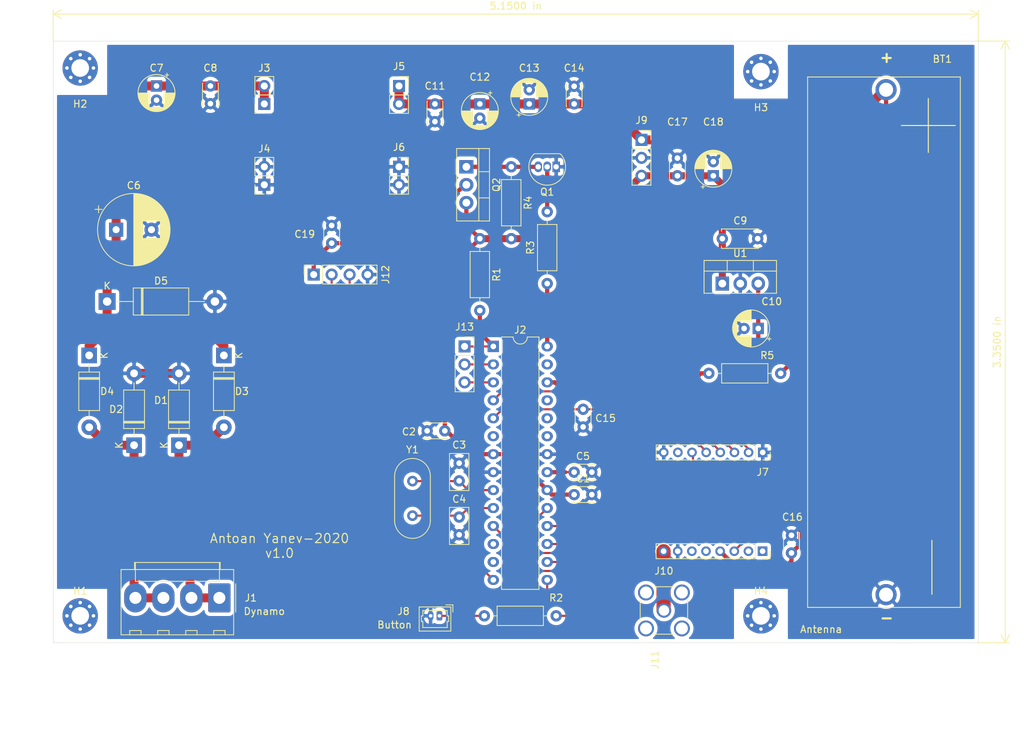
<source format=kicad_pcb>
(kicad_pcb (version 20171130) (host pcbnew "(5.0.2)-1")
  (layers (0 F.Cu signal) (31 B.Cu signal) (34 B.Paste user) (35 F.Paste user) (36 B.SilkS user) (37 F.SilkS user) (38 B.Mask user) (39 F.Mask user) (44 Edge.Cuts user))
  (net 0 "")
  (net 1 GND)
  (net 2 +5V)
  (net 3 "Net-(C3-Pad2)")
  (net 4 "Net-(C4-Pad1)")
  (net 5 "Net-(C5-Pad1)")
  (net 6 "Net-(C6-Pad1)")
  (net 7 +3V3)
  (net 8 "Net-(D1-Pad1)")
  (net 9 "Net-(D2-Pad1)")
  (net 10 RX)
  (net 11 NSS)
  (net 12 TX)
  (net 13 MOSI)
  (net 14 DIO0)
  (net 15 MISO)
  (net 16 SCK)
  (net 17 "Net-(J2-Pad6)")
  (net 18 BUTTON)
  (net 19 "Net-(J2-Pad24)")
  (net 20 RESET)
  (net 21 "Net-(J2-Pad25)")
  (net 22 "Net-(J2-Pad12)")
  (net 23 "Net-(J2-Pad26)")
  (net 24 "Net-(J2-Pad13)")
  (net 25 "Net-(J2-Pad27)")
  (net 26 "Net-(J7-Pad7)")
  (net 27 ANT)
  (net 28 GPSEN)
  (net 29 VCCGPS)
  (net 30 "Net-(Q1-Pad2)")
  (net 31 "Net-(Q1-Pad3)")
  (net 32 "Net-(J8-Pad1)")
  (net 33 "Net-(J2-Pad23)")
  (net 34 UART_RX)
  (net 35 UART_TX)
  (net 36 VBAT)
  (net 37 "Net-(J10-Pad1)")
  (net 38 "Net-(J10-Pad2)")
  (net 39 "Net-(J10-Pad6)")
  (net 40 "Net-(J10-Pad5)")
  (module Library:Battery_Holder (layer F.Cu) (at 175.26 22.86 270)
    (fp_text reference BT1 (at -2.54 2.54 180) (layer F.SilkS))
    (fp_text value Li-Ion)
    (fp_text user - (at 69.342 4.826 270) (layer F.SilkS) (effects (font (size 10 10))))
    (fp_text user + (at 6.858 5.334 270) (layer F.SilkS) (effects (font (size 10 10))))
    (pad 2 thru_hole circle (at 73.2 10.5 270) (size 3 3) (drill 2) (layers *.Cu *.Mask) (net 1 GND))
    (pad 1 thru_hole circle (at 1.8 10.5 270) (size 3 3) (drill 2) (layers *.Cu *.Mask) (net 36 VBAT))
  )
  (module MountingHole:MountingHole_2.5mm_Pad_Via (layer F.Cu) (at 147.066 99.06)
    (fp_text reference H4 (at 0 -3.5) (layer F.SilkS))
    (fp_text value MountingHole_2.5mm_Pad_Via)
    (pad 1 thru_hole circle (at 1.325825 -1.325825) (size 0.8 0.8) (drill 0.5) (layers *.Cu *.Mask))
    (pad 1 thru_hole circle (at 0 -1.875) (size 0.8 0.8) (drill 0.5) (layers *.Cu *.Mask))
    (pad 1 thru_hole circle (at -1.325825 -1.325825) (size 0.8 0.8) (drill 0.5) (layers *.Cu *.Mask))
    (pad 1 thru_hole circle (at -1.875 0) (size 0.8 0.8) (drill 0.5) (layers *.Cu *.Mask))
    (pad 1 thru_hole circle (at -1.325825 1.325825) (size 0.8 0.8) (drill 0.5) (layers *.Cu *.Mask))
    (pad 1 thru_hole circle (at 0 1.875) (size 0.8 0.8) (drill 0.5) (layers *.Cu *.Mask))
    (pad 1 thru_hole circle (at 1.325825 1.325825) (size 0.8 0.8) (drill 0.5) (layers *.Cu *.Mask))
    (pad 1 thru_hole circle (at 1.875 0) (size 0.8 0.8) (drill 0.5) (layers *.Cu *.Mask))
    (pad 1 thru_hole circle (at 0 0) (size 5 5) (drill 2.5) (layers *.Cu *.Mask))
  )
  (module MountingHole:MountingHole_2.5mm_Pad_Via (layer F.Cu) (at 50.8 99.06)
    (fp_text reference H1 (at 0 -3.5) (layer F.SilkS))
    (fp_text value MountingHole_2.5mm_Pad_Via)
    (pad 1 thru_hole circle (at 1.325825 -1.325825) (size 0.8 0.8) (drill 0.5) (layers *.Cu *.Mask))
    (pad 1 thru_hole circle (at 0 -1.875) (size 0.8 0.8) (drill 0.5) (layers *.Cu *.Mask))
    (pad 1 thru_hole circle (at -1.325825 -1.325825) (size 0.8 0.8) (drill 0.5) (layers *.Cu *.Mask))
    (pad 1 thru_hole circle (at -1.875 0) (size 0.8 0.8) (drill 0.5) (layers *.Cu *.Mask))
    (pad 1 thru_hole circle (at -1.325825 1.325825) (size 0.8 0.8) (drill 0.5) (layers *.Cu *.Mask))
    (pad 1 thru_hole circle (at 0 1.875) (size 0.8 0.8) (drill 0.5) (layers *.Cu *.Mask))
    (pad 1 thru_hole circle (at 1.325825 1.325825) (size 0.8 0.8) (drill 0.5) (layers *.Cu *.Mask))
    (pad 1 thru_hole circle (at 1.875 0) (size 0.8 0.8) (drill 0.5) (layers *.Cu *.Mask))
    (pad 1 thru_hole circle (at 0 0) (size 5 5) (drill 2.5) (layers *.Cu *.Mask))
  )
  (module MountingHole:MountingHole_2.5mm_Pad_Via (layer F.Cu) (at 50.8 21.59)
    (fp_text reference H2 (at 0 5.08) (layer F.SilkS))
    (fp_text value MountingHole_2.5mm_Pad_Via)
    (pad 1 thru_hole circle (at 1.325825 -1.325825) (size 0.8 0.8) (drill 0.5) (layers *.Cu *.Mask))
    (pad 1 thru_hole circle (at 0 -1.875) (size 0.8 0.8) (drill 0.5) (layers *.Cu *.Mask))
    (pad 1 thru_hole circle (at -1.325825 -1.325825) (size 0.8 0.8) (drill 0.5) (layers *.Cu *.Mask))
    (pad 1 thru_hole circle (at -1.875 0) (size 0.8 0.8) (drill 0.5) (layers *.Cu *.Mask))
    (pad 1 thru_hole circle (at -1.325825 1.325825) (size 0.8 0.8) (drill 0.5) (layers *.Cu *.Mask))
    (pad 1 thru_hole circle (at 0 1.875) (size 0.8 0.8) (drill 0.5) (layers *.Cu *.Mask))
    (pad 1 thru_hole circle (at 1.325825 1.325825) (size 0.8 0.8) (drill 0.5) (layers *.Cu *.Mask))
    (pad 1 thru_hole circle (at 1.875 0) (size 0.8 0.8) (drill 0.5) (layers *.Cu *.Mask))
    (pad 1 thru_hole circle (at 0 0) (size 5 5) (drill 2.5) (layers *.Cu *.Mask))
  )
  (module MountingHole:MountingHole_2.5mm_Pad_Via (layer F.Cu) (at 147.066 22.098)
    (fp_text reference H3 (at 0 5.08) (layer F.SilkS))
    (fp_text value MountingHole_2.5mm_Pad_Via)
    (pad 1 thru_hole circle (at 1.325825 -1.325825) (size 0.8 0.8) (drill 0.5) (layers *.Cu *.Mask))
    (pad 1 thru_hole circle (at 0 -1.875) (size 0.8 0.8) (drill 0.5) (layers *.Cu *.Mask))
    (pad 1 thru_hole circle (at -1.325825 -1.325825) (size 0.8 0.8) (drill 0.5) (layers *.Cu *.Mask))
    (pad 1 thru_hole circle (at -1.875 0) (size 0.8 0.8) (drill 0.5) (layers *.Cu *.Mask))
    (pad 1 thru_hole circle (at -1.325825 1.325825) (size 0.8 0.8) (drill 0.5) (layers *.Cu *.Mask))
    (pad 1 thru_hole circle (at 0 1.875) (size 0.8 0.8) (drill 0.5) (layers *.Cu *.Mask))
    (pad 1 thru_hole circle (at 1.325825 1.325825) (size 0.8 0.8) (drill 0.5) (layers *.Cu *.Mask))
    (pad 1 thru_hole circle (at 1.875 0) (size 0.8 0.8) (drill 0.5) (layers *.Cu *.Mask))
    (pad 1 thru_hole circle (at 0 0) (size 5 5) (drill 2.5) (layers *.Cu *.Mask))
  )
  (module Connector_Molex:Molex_KK-396_A-41791-0004_1x04_P3.96mm_Vertical (layer F.Cu) (at 70.485 96.52 180)
    (fp_text reference J1 (at -4.445 0 180) (layer F.SilkS))
    (fp_text value Conn_01x04_Female)
    (pad 1 thru_hole roundrect (at 0 0 180) (size 3.16 4.1) (drill 1.7) (layers *.Cu *.Mask) (roundrect_rratio 0.079114) (net 8 "Net-(D1-Pad1)"))
    (pad 2 thru_hole oval (at 3.96 0 180) (size 3.16 4.1) (drill 1.7) (layers *.Cu *.Mask) (net 8 "Net-(D1-Pad1)"))
    (pad 3 thru_hole oval (at 7.92 0 180) (size 3.16 4.1) (drill 1.7) (layers *.Cu *.Mask) (net 9 "Net-(D2-Pad1)"))
    (pad 4 thru_hole oval (at 11.88 0 180) (size 3.16 4.1) (drill 1.7) (layers *.Cu *.Mask) (net 9 "Net-(D2-Pad1)"))
  )
  (module Capacitor_THT:C_Disc_D3.0mm_W2.0mm_P2.50mm (layer F.Cu) (at 121.92 69.85 270)
    (fp_text reference C15 (at 1.27 -3.175) (layer F.SilkS))
    (fp_text value 100n)
    (pad 1 thru_hole circle (at 0 0 270) (size 1.6 1.6) (drill 0.8) (layers *.Cu *.Mask) (net 18 BUTTON))
    (pad 2 thru_hole circle (at 2.5 0 270) (size 1.6 1.6) (drill 0.8) (layers *.Cu *.Mask) (net 1 GND))
  )
  (module Connector_Molex:Molex_PicoBlade_53047-0210_1x02_P1.25mm_Vertical (layer F.Cu) (at 101.6 99.06 180)
    (fp_text reference J8 (at 5.08 0.635) (layer F.SilkS))
    (fp_text value Conn_01x02_Female)
    (pad 1 thru_hole roundrect (at 0 0 180) (size 0.8 1.3) (drill 0.5) (layers *.Cu *.Mask) (net 32 "Net-(J8-Pad1)"))
    (pad 2 thru_hole oval (at 1.25 0 180) (size 0.8 1.3) (drill 0.5) (layers *.Cu *.Mask) (net 1 GND))
  )
  (module Package_TO_SOT_THT:TO-220-3_Vertical (layer F.Cu) (at 141.605 52.07)
    (fp_text reference U1 (at 2.54 -4.27) (layer F.SilkS))
    (fp_text value BA33BC0T)
    (pad 1 thru_hole rect (at 0 0) (size 1.905 2) (drill 1.1) (layers *.Cu *.Mask) (net 2 +5V))
    (pad 2 thru_hole oval (at 2.54 0) (size 1.905 2) (drill 1.1) (layers *.Cu *.Mask) (net 1 GND))
    (pad 3 thru_hole oval (at 5.08 0) (size 1.905 2) (drill 1.1) (layers *.Cu *.Mask) (net 7 +3V3))
  )
  (module Capacitor_THT:C_Disc_D3.0mm_W2.0mm_P2.50mm (layer F.Cu) (at 120.65 81.915)
    (fp_text reference C1 (at 1.27 -2.25) (layer F.SilkS))
    (fp_text value 100n)
    (pad 2 thru_hole circle (at 2.5 0) (size 1.6 1.6) (drill 0.8) (layers *.Cu *.Mask) (net 1 GND))
    (pad 1 thru_hole circle (at 0 0) (size 1.6 1.6) (drill 0.8) (layers *.Cu *.Mask) (net 2 +5V))
  )
  (module Capacitor_THT:C_Disc_D3.0mm_W2.0mm_P2.50mm (layer F.Cu) (at 102.362 72.898 180)
    (fp_text reference C2 (at 5.08 -0.127 180) (layer F.SilkS))
    (fp_text value 100n)
    (pad 2 thru_hole circle (at 2.5 0 180) (size 1.6 1.6) (drill 0.8) (layers *.Cu *.Mask) (net 1 GND))
    (pad 1 thru_hole circle (at 0 0 180) (size 1.6 1.6) (drill 0.8) (layers *.Cu *.Mask) (net 2 +5V))
  )
  (module Capacitor_THT:C_Disc_D5.0mm_W2.5mm_P2.50mm (layer F.Cu) (at 104.394 77.47 270)
    (fp_text reference C3 (at -2.58 0 180) (layer F.SilkS))
    (fp_text value 22p)
    (pad 2 thru_hole circle (at 2.5 0 270) (size 1.6 1.6) (drill 0.8) (layers *.Cu *.Mask) (net 3 "Net-(C3-Pad2)"))
    (pad 1 thru_hole circle (at 0 0 270) (size 1.6 1.6) (drill 0.8) (layers *.Cu *.Mask) (net 1 GND))
  )
  (module Capacitor_THT:C_Disc_D5.0mm_W2.5mm_P2.50mm (layer F.Cu) (at 104.394 85.09 270)
    (fp_text reference C4 (at -2.54 0 180) (layer F.SilkS))
    (fp_text value 22p)
    (pad 1 thru_hole circle (at 0 0 270) (size 1.6 1.6) (drill 0.8) (layers *.Cu *.Mask) (net 4 "Net-(C4-Pad1)"))
    (pad 2 thru_hole circle (at 2.5 0 270) (size 1.6 1.6) (drill 0.8) (layers *.Cu *.Mask) (net 1 GND))
  )
  (module Capacitor_THT:C_Disc_D3.0mm_W2.0mm_P2.50mm (layer F.Cu) (at 120.65 78.74)
    (fp_text reference C5 (at 1.25 -2.25) (layer F.SilkS))
    (fp_text value 100n)
    (pad 1 thru_hole circle (at 0 0) (size 1.6 1.6) (drill 0.8) (layers *.Cu *.Mask) (net 5 "Net-(C5-Pad1)"))
    (pad 2 thru_hole circle (at 2.5 0) (size 1.6 1.6) (drill 0.8) (layers *.Cu *.Mask) (net 1 GND))
  )
  (module Capacitor_THT:CP_Radial_D10.0mm_P5.00mm (layer F.Cu) (at 55.88 44.45)
    (fp_text reference C6 (at 2.5 -6.25) (layer F.SilkS))
    (fp_text value 1000u)
    (pad 1 thru_hole rect (at 0 0) (size 2 2) (drill 1) (layers *.Cu *.Mask) (net 6 "Net-(C6-Pad1)"))
    (pad 2 thru_hole circle (at 5 0) (size 2 2) (drill 1) (layers *.Cu *.Mask) (net 1 GND))
  )
  (module Capacitor_THT:CP_Radial_D5.0mm_P2.00mm (layer F.Cu) (at 61.595 24.13 270)
    (fp_text reference C7 (at -2.54 0 180) (layer F.SilkS))
    (fp_text value 100u)
    (pad 1 thru_hole rect (at 0 0 270) (size 1.6 1.6) (drill 0.8) (layers *.Cu *.Mask) (net 6 "Net-(C6-Pad1)"))
    (pad 2 thru_hole circle (at 2 0 270) (size 1.6 1.6) (drill 0.8) (layers *.Cu *.Mask) (net 1 GND))
  )
  (module Capacitor_THT:C_Disc_D3.0mm_W2.0mm_P2.50mm (layer F.Cu) (at 69.215 24.13 270)
    (fp_text reference C8 (at -2.54 0 180) (layer F.SilkS))
    (fp_text value 100n)
    (pad 1 thru_hole circle (at 0 0 270) (size 1.6 1.6) (drill 0.8) (layers *.Cu *.Mask) (net 6 "Net-(C6-Pad1)"))
    (pad 2 thru_hole circle (at 2.5 0 270) (size 1.6 1.6) (drill 0.8) (layers *.Cu *.Mask) (net 1 GND))
  )
  (module Capacitor_THT:C_Disc_D5.0mm_W2.5mm_P5.00mm (layer F.Cu) (at 141.605 45.72)
    (fp_text reference C9 (at 2.54 -2.54) (layer F.SilkS))
    (fp_text value 0.33u)
    (pad 1 thru_hole circle (at 0 0) (size 1.6 1.6) (drill 0.8) (layers *.Cu *.Mask) (net 2 +5V))
    (pad 2 thru_hole circle (at 5 0) (size 1.6 1.6) (drill 0.8) (layers *.Cu *.Mask) (net 1 GND))
  )
  (module Capacitor_THT:CP_Radial_D5.0mm_P2.00mm (layer F.Cu) (at 146.685 58.42 180)
    (fp_text reference C10 (at -1.905 3.81) (layer F.SilkS))
    (fp_text value 100u)
    (pad 2 thru_hole circle (at 2 0 180) (size 1.6 1.6) (drill 0.8) (layers *.Cu *.Mask) (net 1 GND))
    (pad 1 thru_hole rect (at 0 0 180) (size 1.6 1.6) (drill 0.8) (layers *.Cu *.Mask) (net 7 +3V3))
  )
  (module Capacitor_THT:C_Disc_D3.0mm_W2.0mm_P2.50mm (layer F.Cu) (at 100.965 26.67 270)
    (fp_text reference C11 (at -2.54 0 180) (layer F.SilkS))
    (fp_text value 100n)
    (pad 1 thru_hole circle (at 0 0 270) (size 1.6 1.6) (drill 0.8) (layers *.Cu *.Mask) (net 36 VBAT))
    (pad 2 thru_hole circle (at 2.5 0 270) (size 1.6 1.6) (drill 0.8) (layers *.Cu *.Mask) (net 1 GND))
  )
  (module Capacitor_THT:CP_Radial_D5.0mm_P2.00mm (layer F.Cu) (at 107.315 26.67 270)
    (fp_text reference C12 (at -3.81 0 180) (layer F.SilkS))
    (fp_text value 100u)
    (pad 2 thru_hole circle (at 2 0 270) (size 1.6 1.6) (drill 0.8) (layers *.Cu *.Mask) (net 1 GND))
    (pad 1 thru_hole rect (at 0 0 270) (size 1.6 1.6) (drill 0.8) (layers *.Cu *.Mask) (net 36 VBAT))
  )
  (module Capacitor_THT:CP_Radial_D5.0mm_P2.00mm (layer F.Cu) (at 114.3 26.67 90)
    (fp_text reference C13 (at 5.08 0 180) (layer F.SilkS))
    (fp_text value 100u)
    (pad 1 thru_hole rect (at 0 0 90) (size 1.6 1.6) (drill 0.8) (layers *.Cu *.Mask) (net 36 VBAT))
    (pad 2 thru_hole circle (at 2 0 90) (size 1.6 1.6) (drill 0.8) (layers *.Cu *.Mask) (net 1 GND))
  )
  (module Capacitor_THT:C_Disc_D3.0mm_W2.0mm_P2.50mm (layer F.Cu) (at 120.65 26.67 90)
    (fp_text reference C14 (at 5.08 0 180) (layer F.SilkS))
    (fp_text value 100n)
    (pad 1 thru_hole circle (at 0 0 90) (size 1.6 1.6) (drill 0.8) (layers *.Cu *.Mask) (net 36 VBAT))
    (pad 2 thru_hole circle (at 2.5 0 90) (size 1.6 1.6) (drill 0.8) (layers *.Cu *.Mask) (net 1 GND))
  )
  (module Capacitor_THT:C_Disc_D3.0mm_W2.0mm_P2.50mm (layer F.Cu) (at 151.384 90.17 90)
    (fp_text reference C16 (at 5.08 0.127) (layer F.SilkS))
    (fp_text value 100n)
    (pad 2 thru_hole circle (at 2.5 0 90) (size 1.6 1.6) (drill 0.8) (layers *.Cu *.Mask) (net 1 GND))
    (pad 1 thru_hole circle (at 0 0 90) (size 1.6 1.6) (drill 0.8) (layers *.Cu *.Mask) (net 7 +3V3))
  )
  (module Capacitor_THT:C_Disc_D3.0mm_W2.0mm_P2.50mm (layer F.Cu) (at 135.255 36.83 90)
    (fp_text reference C17 (at 7.62 0 180) (layer F.SilkS))
    (fp_text value 100n)
    (pad 2 thru_hole circle (at 2.5 0 90) (size 1.6 1.6) (drill 0.8) (layers *.Cu *.Mask) (net 1 GND))
    (pad 1 thru_hole circle (at 0 0 90) (size 1.6 1.6) (drill 0.8) (layers *.Cu *.Mask) (net 2 +5V))
  )
  (module Capacitor_THT:CP_Radial_D5.0mm_P2.00mm (layer F.Cu) (at 140.335 36.83 90)
    (fp_text reference C18 (at 7.62 0 180) (layer F.SilkS))
    (fp_text value 100u)
    (pad 1 thru_hole rect (at 0 0 90) (size 1.6 1.6) (drill 0.8) (layers *.Cu *.Mask) (net 2 +5V))
    (pad 2 thru_hole circle (at 2 0 90) (size 1.6 1.6) (drill 0.8) (layers *.Cu *.Mask) (net 1 GND))
  )
  (module Diode_THT:D_DO-41_SOD81_P10.16mm_Horizontal (layer F.Cu) (at 64.77 74.93 90)
    (fp_text reference D1 (at 6.35 -2.54 180) (layer F.SilkS))
    (fp_text value "1N5819 YJ")
    (fp_text user K (at 0 -2.1 90) (layer F.SilkS))
    (pad 1 thru_hole rect (at 0 0 90) (size 2.2 2.2) (drill 1.1) (layers *.Cu *.Mask) (net 8 "Net-(D1-Pad1)"))
    (pad 2 thru_hole oval (at 10.16 0 90) (size 2.2 2.2) (drill 1.1) (layers *.Cu *.Mask) (net 1 GND))
  )
  (module Diode_THT:D_DO-41_SOD81_P10.16mm_Horizontal (layer F.Cu) (at 58.42 74.93 90)
    (fp_text reference D2 (at 5.08 -2.54 180) (layer F.SilkS))
    (fp_text value "1N5819 YJ")
    (fp_text user K (at 0 -2.1 90) (layer F.SilkS))
    (pad 1 thru_hole rect (at 0 0 90) (size 2.2 2.2) (drill 1.1) (layers *.Cu *.Mask) (net 9 "Net-(D2-Pad1)"))
    (pad 2 thru_hole oval (at 10.16 0 90) (size 2.2 2.2) (drill 1.1) (layers *.Cu *.Mask) (net 1 GND))
  )
  (module Diode_THT:D_DO-41_SOD81_P10.16mm_Horizontal (layer F.Cu) (at 71.12 62.23 270)
    (fp_text reference D3 (at 5.08 -2.54 180) (layer F.SilkS))
    (fp_text value "1N5819 YJ")
    (fp_text user K (at 0 -2.1 90) (layer F.SilkS))
    (pad 2 thru_hole oval (at 10.16 0 270) (size 2.2 2.2) (drill 1.1) (layers *.Cu *.Mask) (net 8 "Net-(D1-Pad1)"))
    (pad 1 thru_hole rect (at 0 0 270) (size 2.2 2.2) (drill 1.1) (layers *.Cu *.Mask) (net 6 "Net-(C6-Pad1)"))
  )
  (module Diode_THT:D_DO-41_SOD81_P10.16mm_Horizontal (layer F.Cu) (at 52.07 62.23 270)
    (fp_text reference D4 (at 5.08 -2.54 180) (layer F.SilkS))
    (fp_text value "1N5819 YJ")
    (fp_text user K (at 0 -2.1 90) (layer F.SilkS))
    (pad 2 thru_hole oval (at 10.16 0 270) (size 2.2 2.2) (drill 1.1) (layers *.Cu *.Mask) (net 9 "Net-(D2-Pad1)"))
    (pad 1 thru_hole rect (at 0 0 270) (size 2.2 2.2) (drill 1.1) (layers *.Cu *.Mask) (net 6 "Net-(C6-Pad1)"))
  )
  (module Diode_THT:D_DO-15_P15.24mm_Horizontal (layer F.Cu) (at 54.61 54.61)
    (fp_text reference D5 (at 7.62 -2.92) (layer F.SilkS))
    (fp_text value P6KE24A)
    (fp_text user K (at 0 -2.2) (layer F.SilkS))
    (pad 1 thru_hole rect (at 0 0) (size 2.4 2.4) (drill 1.2) (layers *.Cu *.Mask) (net 6 "Net-(C6-Pad1)"))
    (pad 2 thru_hole oval (at 15.24 0) (size 2.4 2.4) (drill 1.2) (layers *.Cu *.Mask) (net 1 GND))
  )
  (module Package_DIP:DIP-28_W7.62mm (layer F.Cu) (at 109.22 60.96)
    (fp_text reference J2 (at 3.81 -2.33) (layer F.SilkS))
    (fp_text value Conn_01x28_Female)
    (pad 1 thru_hole rect (at 0 0) (size 1.6 1.6) (drill 0.8) (layers *.Cu *.Mask) (net 20 RESET))
    (pad 15 thru_hole oval (at 7.62 33.02) (size 1.6 1.4) (drill 0.8) (layers *.Cu *.Mask) (net 12 TX))
    (pad 2 thru_hole oval (at 0 2.54) (size 1.6 1.4) (drill 0.8) (layers *.Cu *.Mask) (net 34 UART_RX))
    (pad 16 thru_hole oval (at 7.62 30.48) (size 1.6 1.4) (drill 0.8) (layers *.Cu *.Mask) (net 11 NSS))
    (pad 3 thru_hole oval (at 0 5.08) (size 1.6 1.4) (drill 0.8) (layers *.Cu *.Mask) (net 35 UART_TX))
    (pad 17 thru_hole oval (at 7.62 27.94) (size 1.6 1.4) (drill 0.8) (layers *.Cu *.Mask) (net 13 MOSI))
    (pad 4 thru_hole oval (at 0 7.62) (size 1.6 1.4) (drill 0.8) (layers *.Cu *.Mask) (net 14 DIO0))
    (pad 18 thru_hole oval (at 7.62 25.4) (size 1.6 1.4) (drill 0.8) (layers *.Cu *.Mask) (net 15 MISO))
    (pad 5 thru_hole oval (at 0 10.16) (size 1.6 1.4) (drill 0.8) (layers *.Cu *.Mask) (net 18 BUTTON))
    (pad 19 thru_hole oval (at 7.62 22.86) (size 1.6 1.4) (drill 0.8) (layers *.Cu *.Mask) (net 16 SCK))
    (pad 6 thru_hole oval (at 0 12.7) (size 1.6 1.4) (drill 0.8) (layers *.Cu *.Mask) (net 17 "Net-(J2-Pad6)"))
    (pad 20 thru_hole oval (at 7.62 20.32) (size 1.6 1.4) (drill 0.8) (layers *.Cu *.Mask) (net 2 +5V))
    (pad 7 thru_hole oval (at 0 15.24) (size 1.6 1.4) (drill 0.8) (layers *.Cu *.Mask) (net 2 +5V))
    (pad 21 thru_hole oval (at 7.62 17.78) (size 1.6 1.4) (drill 0.8) (layers *.Cu *.Mask) (net 5 "Net-(C5-Pad1)"))
    (pad 8 thru_hole oval (at 0 17.78) (size 1.6 1.4) (drill 0.8) (layers *.Cu *.Mask) (net 1 GND))
    (pad 22 thru_hole oval (at 7.62 15.24) (size 1.6 1.4) (drill 0.8) (layers *.Cu *.Mask) (net 1 GND))
    (pad 9 thru_hole oval (at 0 20.32) (size 1.6 1.4) (drill 0.8) (layers *.Cu *.Mask) (net 3 "Net-(C3-Pad2)"))
    (pad 23 thru_hole oval (at 7.62 12.7) (size 1.6 1.4) (drill 0.8) (layers *.Cu *.Mask) (net 33 "Net-(J2-Pad23)"))
    (pad 10 thru_hole oval (at 0 22.86) (size 1.6 1.4) (drill 0.8) (layers *.Cu *.Mask) (net 4 "Net-(C4-Pad1)"))
    (pad 24 thru_hole oval (at 7.62 10.16) (size 1.6 1.4) (drill 0.8) (layers *.Cu *.Mask) (net 19 "Net-(J2-Pad24)"))
    (pad 11 thru_hole oval (at 0 25.4) (size 1.6 1.4) (drill 0.8) (layers *.Cu *.Mask) (net 20 RESET))
    (pad 25 thru_hole oval (at 7.62 7.62) (size 1.6 1.4) (drill 0.8) (layers *.Cu *.Mask) (net 21 "Net-(J2-Pad25)"))
    (pad 12 thru_hole oval (at 0 27.94) (size 1.6 1.4) (drill 0.8) (layers *.Cu *.Mask) (net 22 "Net-(J2-Pad12)"))
    (pad 26 thru_hole oval (at 7.62 5.08) (size 1.6 1.4) (drill 0.8) (layers *.Cu *.Mask) (net 23 "Net-(J2-Pad26)"))
    (pad 13 thru_hole oval (at 0 30.48) (size 1.6 1.4) (drill 0.8) (layers *.Cu *.Mask) (net 24 "Net-(J2-Pad13)"))
    (pad 27 thru_hole oval (at 7.62 2.54) (size 1.6 1.4) (drill 0.8) (layers *.Cu *.Mask) (net 25 "Net-(J2-Pad27)"))
    (pad 14 thru_hole oval (at 0 33.02) (size 1.6 1.4) (drill 0.8) (layers *.Cu *.Mask) (net 10 RX))
    (pad 28 thru_hole oval (at 7.62 0) (size 1.6 1.4) (drill 0.8) (layers *.Cu *.Mask) (net 28 GPSEN))
  )
  (module Connector_PinSocket_2.54mm:PinSocket_1x02_P2.54mm_Vertical (layer F.Cu) (at 76.835 26.67 180)
    (fp_text reference J3 (at 0 5.08) (layer F.SilkS))
    (fp_text value Conn_01x02_Female)
    (pad 2 thru_hole oval (at 0 2.54 180) (size 1.7 1.7) (drill 1) (layers *.Cu *.Mask) (net 6 "Net-(C6-Pad1)"))
    (pad 1 thru_hole rect (at 0 0 180) (size 1.7 1.7) (drill 1) (layers *.Cu *.Mask) (net 6 "Net-(C6-Pad1)"))
  )
  (module Connector_PinSocket_2.54mm:PinSocket_1x02_P2.54mm_Vertical (layer F.Cu) (at 76.835 38.1 180)
    (fp_text reference J4 (at 0 5.08) (layer F.SilkS))
    (fp_text value Conn_01x02_Female)
    (pad 1 thru_hole rect (at 0 0 180) (size 1.7 1.7) (drill 1) (layers *.Cu *.Mask) (net 1 GND))
    (pad 2 thru_hole oval (at 0 2.54 180) (size 1.7 1.7) (drill 1) (layers *.Cu *.Mask) (net 1 GND))
  )
  (module Connector_PinSocket_2.54mm:PinSocket_1x02_P2.54mm_Vertical (layer F.Cu) (at 95.885 24.13)
    (fp_text reference J5 (at 0 -2.77) (layer F.SilkS))
    (fp_text value Conn_01x02_Female)
    (pad 2 thru_hole oval (at 0 2.54) (size 1.7 1.7) (drill 1) (layers *.Cu *.Mask) (net 36 VBAT))
    (pad 1 thru_hole rect (at 0 0) (size 1.7 1.7) (drill 1) (layers *.Cu *.Mask) (net 36 VBAT))
  )
  (module Connector_PinSocket_2.54mm:PinSocket_1x02_P2.54mm_Vertical (layer F.Cu) (at 95.885 35.56)
    (fp_text reference J6 (at 0 -2.77) (layer F.SilkS))
    (fp_text value Conn_01x02_Female)
    (pad 1 thru_hole rect (at 0 0) (size 1.7 1.7) (drill 1) (layers *.Cu *.Mask) (net 1 GND))
    (pad 2 thru_hole oval (at 0 2.54) (size 1.7 1.7) (drill 1) (layers *.Cu *.Mask) (net 1 GND))
  )
  (module Connector_PinSocket_2.00mm:PinSocket_1x08_P2.00mm_Vertical (layer F.Cu) (at 147.32 75.947171 270)
    (fp_text reference J7 (at 2.792829 0) (layer F.SilkS))
    (fp_text value Conn_01x08_Female)
    (pad 8 thru_hole oval (at 0 14 270) (size 1.35 1.35) (drill 0.8) (layers *.Cu *.Mask) (net 1 GND))
    (pad 7 thru_hole oval (at 0 12 270) (size 1.35 1.35) (drill 0.8) (layers *.Cu *.Mask) (net 26 "Net-(J7-Pad7)"))
    (pad 6 thru_hole oval (at 0 10 270) (size 1.35 1.35) (drill 0.8) (layers *.Cu *.Mask) (net 20 RESET))
    (pad 5 thru_hole oval (at 0 8 270) (size 1.35 1.35) (drill 0.8) (layers *.Cu *.Mask) (net 11 NSS))
    (pad 4 thru_hole oval (at 0 6 270) (size 1.35 1.35) (drill 0.8) (layers *.Cu *.Mask) (net 16 SCK))
    (pad 3 thru_hole oval (at 0 4 270) (size 1.35 1.35) (drill 0.8) (layers *.Cu *.Mask) (net 13 MOSI))
    (pad 2 thru_hole oval (at 0 2 270) (size 1.35 1.35) (drill 0.8) (layers *.Cu *.Mask) (net 15 MISO))
    (pad 1 thru_hole rect (at 0 0 270) (size 1.35 1.35) (drill 0.8) (layers *.Cu *.Mask) (net 1 GND))
  )
  (module Connector_PinSocket_2.54mm:PinSocket_1x03_P2.54mm_Vertical (layer F.Cu) (at 130.175 31.75)
    (fp_text reference J9 (at 0 -2.77) (layer F.SilkS))
    (fp_text value Conn_01x03_Female)
    (pad 1 thru_hole rect (at 0 0) (size 1.7 1.7) (drill 1) (layers *.Cu *.Mask) (net 36 VBAT))
    (pad 2 thru_hole oval (at 0 2.54) (size 1.7 1.7) (drill 1) (layers *.Cu *.Mask) (net 1 GND))
    (pad 3 thru_hole oval (at 0 5.08) (size 1.7 1.7) (drill 1) (layers *.Cu *.Mask) (net 2 +5V))
  )
  (module Connector_PinSocket_2.00mm:PinSocket_1x08_P2.00mm_Vertical (layer F.Cu) (at 147.2987 89.917171 270)
    (fp_text reference J10 (at 2.792829 13.9487) (layer F.SilkS))
    (fp_text value Conn_01x08_Female)
    (pad 1 thru_hole rect (at 0 0 270) (size 1.35 1.35) (drill 0.8) (layers *.Cu *.Mask) (net 37 "Net-(J10-Pad1)"))
    (pad 2 thru_hole oval (at 0 2 270) (size 1.35 1.35) (drill 0.8) (layers *.Cu *.Mask) (net 38 "Net-(J10-Pad2)"))
    (pad 3 thru_hole oval (at 0 4 270) (size 1.35 1.35) (drill 0.8) (layers *.Cu *.Mask) (net 14 DIO0))
    (pad 4 thru_hole oval (at 0 6 270) (size 1.35 1.35) (drill 0.8) (layers *.Cu *.Mask) (net 7 +3V3))
    (pad 5 thru_hole oval (at 0 8 270) (size 1.35 1.35) (drill 0.8) (layers *.Cu *.Mask) (net 40 "Net-(J10-Pad5)"))
    (pad 6 thru_hole oval (at 0 10 270) (size 1.35 1.35) (drill 0.8) (layers *.Cu *.Mask) (net 39 "Net-(J10-Pad6)"))
    (pad 7 thru_hole oval (at 0 12 270) (size 1.35 1.35) (drill 0.8) (layers *.Cu *.Mask) (net 1 GND))
    (pad 8 thru_hole oval (at 0 14 270) (size 1.35 1.35) (drill 0.8) (layers *.Cu *.Mask) (net 27 ANT))
  )
  (module Connector_Coaxial:SMA_Amphenol_901-144_Vertical (layer F.Cu) (at 133.35 98.298 270)
    (fp_text reference J11 (at 6.985 1.27 270) (layer F.SilkS))
    (fp_text value Conn_01x01_Female)
    (pad 1 thru_hole circle (at 0 0 270) (size 2.05 2.05) (drill 1.5) (layers *.Cu *.Mask) (net 27 ANT))
    (pad 2 thru_hole circle (at 2.54 2.54 270) (size 2.25 2.25) (drill 1.7) (layers *.Cu *.Mask))
    (pad 2 thru_hole circle (at 2.54 -2.54 270) (size 2.25 2.25) (drill 1.7) (layers *.Cu *.Mask))
    (pad 2 thru_hole circle (at -2.54 -2.54 270) (size 2.25 2.25) (drill 1.7) (layers *.Cu *.Mask))
    (pad 2 thru_hole circle (at -2.54 2.54 270) (size 2.25 2.25) (drill 1.7) (layers *.Cu *.Mask))
  )
  (module Connector_PinSocket_2.54mm:PinSocket_1x04_P2.54mm_Vertical (layer F.Cu) (at 83.82 50.8 90)
    (fp_text reference J12 (at 0 10.16 270) (layer F.SilkS))
    (fp_text value Conn_01x04_Female)
    (pad 1 thru_hole rect (at 0 0 90) (size 1.7 1.7) (drill 1) (layers *.Cu *.Mask) (net 29 VCCGPS))
    (pad 2 thru_hole oval (at 0 2.54 90) (size 1.7 1.7) (drill 1) (layers *.Cu *.Mask) (net 12 TX))
    (pad 3 thru_hole oval (at 0 5.08 90) (size 1.7 1.7) (drill 1) (layers *.Cu *.Mask) (net 10 RX))
    (pad 4 thru_hole oval (at 0 7.62 90) (size 1.7 1.7) (drill 1) (layers *.Cu *.Mask) (net 1 GND))
  )
  (module Resistor_THT:R_Axial_DIN0207_L6.3mm_D2.5mm_P10.16mm_Horizontal (layer F.Cu) (at 107.315 45.72 270)
    (fp_text reference R1 (at 5.08 -2.37 90) (layer F.SilkS))
    (fp_text value 10k)
    (pad 1 thru_hole circle (at 0 0 270) (size 1.6 1.6) (drill 0.8) (layers *.Cu *.Mask) (net 2 +5V))
    (pad 2 thru_hole oval (at 10.16 0 270) (size 1.6 1.6) (drill 0.8) (layers *.Cu *.Mask) (net 20 RESET))
  )
  (module Crystal:Crystal_HC49-U_Vertical (layer F.Cu) (at 97.79 80.01 270)
    (fp_text reference Y1 (at -4.445 0 180) (layer F.SilkS))
    (fp_text value 16MHz)
    (pad 1 thru_hole circle (at 0 0 270) (size 1.5 1.5) (drill 0.8) (layers *.Cu *.Mask) (net 3 "Net-(C3-Pad2)"))
    (pad 2 thru_hole circle (at 4.88 0 270) (size 1.5 1.5) (drill 0.8) (layers *.Cu *.Mask) (net 4 "Net-(C4-Pad1)"))
  )
  (module Resistor_THT:R_Axial_DIN0207_L6.3mm_D2.5mm_P10.16mm_Horizontal (layer F.Cu) (at 118.11 99.06 180)
    (fp_text reference R2 (at 0 2.54) (layer F.SilkS))
    (fp_text value 1k)
    (pad 1 thru_hole circle (at 0 0 180) (size 1.6 1.6) (drill 0.8) (layers *.Cu *.Mask) (net 18 BUTTON))
    (pad 2 thru_hole oval (at 10.16 0 180) (size 1.6 1.6) (drill 0.8) (layers *.Cu *.Mask) (net 32 "Net-(J8-Pad1)"))
  )
  (module Package_TO_SOT_THT:TO-92_Inline (layer F.Cu) (at 118.11 35.56 180)
    (fp_text reference Q1 (at 1.27 -3.56 180) (layer F.SilkS))
    (fp_text value PN2222A)
    (pad 2 thru_hole oval (at 1.27 0 180) (size 1.05 1.5) (drill 0.75) (layers *.Cu *.Mask) (net 30 "Net-(Q1-Pad2)"))
    (pad 3 thru_hole oval (at 2.54 0 180) (size 1.05 1.5) (drill 0.75) (layers *.Cu *.Mask) (net 31 "Net-(Q1-Pad3)"))
    (pad 1 thru_hole rect (at 0 0 180) (size 1.05 1.5) (drill 0.75) (layers *.Cu *.Mask) (net 1 GND))
  )
  (module Package_TO_SOT_THT:TO-220-3_Vertical (layer F.Cu) (at 105.41 35.56 270)
    (fp_text reference Q2 (at 2.54 -4.27 270) (layer F.SilkS))
    (fp_text value IRF4905)
    (pad 1 thru_hole rect (at 0 0 270) (size 1.905 2) (drill 1.1) (layers *.Cu *.Mask) (net 31 "Net-(Q1-Pad3)"))
    (pad 2 thru_hole oval (at 2.54 0 270) (size 1.905 2) (drill 1.1) (layers *.Cu *.Mask) (net 29 VCCGPS))
    (pad 3 thru_hole oval (at 5.08 0 270) (size 1.905 2) (drill 1.1) (layers *.Cu *.Mask) (net 2 +5V))
  )
  (module Resistor_THT:R_Axial_DIN0207_L6.3mm_D2.5mm_P10.16mm_Horizontal (layer F.Cu) (at 116.84 52.07 90)
    (fp_text reference R3 (at 5.08 -2.37 90) (layer F.SilkS))
    (fp_text value 1k)
    (pad 2 thru_hole oval (at 10.16 0 90) (size 1.6 1.6) (drill 0.8) (layers *.Cu *.Mask) (net 30 "Net-(Q1-Pad2)"))
    (pad 1 thru_hole circle (at 0 0 90) (size 1.6 1.6) (drill 0.8) (layers *.Cu *.Mask) (net 28 GPSEN))
  )
  (module Resistor_THT:R_Axial_DIN0207_L6.3mm_D2.5mm_P10.16mm_Horizontal (layer F.Cu) (at 111.76 35.56 270)
    (fp_text reference R4 (at 5.08 -2.37 270) (layer F.SilkS))
    (fp_text value 4.7k)
    (pad 1 thru_hole circle (at 0 0 270) (size 1.6 1.6) (drill 0.8) (layers *.Cu *.Mask) (net 31 "Net-(Q1-Pad3)"))
    (pad 2 thru_hole oval (at 10.16 0 270) (size 1.6 1.6) (drill 0.8) (layers *.Cu *.Mask) (net 2 +5V))
  )
  (module Capacitor_THT:C_Disc_D3.0mm_W2.0mm_P2.50mm (layer F.Cu) (at 86.36 46.355 90)
    (fp_text reference C19 (at 1.27 -3.81 180) (layer F.SilkS))
    (fp_text value 100n)
    (pad 1 thru_hole circle (at 0 0 90) (size 1.6 1.6) (drill 0.8) (layers *.Cu *.Mask) (net 29 VCCGPS))
    (pad 2 thru_hole circle (at 2.5 0 90) (size 1.6 1.6) (drill 0.8) (layers *.Cu *.Mask) (net 1 GND))
  )
  (module Resistor_THT:R_Axial_DIN0207_L6.3mm_D2.5mm_P10.16mm_Horizontal (layer F.Cu) (at 139.7 64.77)
    (fp_text reference R5 (at 8.255 -2.54) (layer F.SilkS))
    (fp_text value 10k)
    (pad 1 thru_hole circle (at 0 0) (size 1.6 1.6) (drill 0.8) (layers *.Cu *.Mask) (net 23 "Net-(J2-Pad26)"))
    (pad 2 thru_hole oval (at 10.16 0) (size 1.6 1.6) (drill 0.8) (layers *.Cu *.Mask) (net 36 VBAT))
  )
  (module Connector_PinSocket_2.54mm:PinSocket_1x03_P2.54mm_Vertical (layer F.Cu) (at 105.156 60.96)
    (fp_text reference J13 (at 0 -2.77) (layer F.SilkS))
    (fp_text value Conn_01x03_Female)
    (pad 1 thru_hole rect (at 0 0) (size 1.7 1.7) (drill 1) (layers *.Cu *.Mask) (net 20 RESET))
    (pad 2 thru_hole oval (at 0 2.54) (size 1.7 1.7) (drill 1) (layers *.Cu *.Mask) (net 34 UART_RX))
    (pad 3 thru_hole oval (at 0 5.08) (size 1.7 1.7) (drill 1) (layers *.Cu *.Mask) (net 35 UART_TX))
  )
  (gr_text - (at 164.846 99.314) (layer F.SilkS) (effects (font (size 1.5 1.5) (thickness 0.3))))
  (gr_text "+\n" (at 164.846 20.066) (layer F.SilkS) (effects (font (size 1.5 1.5) (thickness 0.3))))
  (gr_text Antenna (at 155.575 100.965) (layer F.SilkS) (effects (font (size 1 1))))
  (gr_text Dynamo (at 76.835 98.425) (layer F.SilkS) (effects (font (size 1 1))))
  (gr_text Button (at 95.25 100.33) (layer F.SilkS) (effects (font (size 1 1))))
  (gr_text "Antoan Yanev-2020\nv1.0" (at 78.994 89.154) (layer F.SilkS) (effects (font (size 1.3 1.3))))
  (dimension 85.09 (width 0.12) (layer F.SilkS) (gr_text "85.090 mm" (at 182.88 60.325 270) (layer F.SilkS) (effects (font (size 1 1) (thickness 0.15)))) (feature1 (pts (xy 177.8 102.87) (xy 182.196421 102.87))) (feature2 (pts (xy 177.8 17.78) (xy 182.196421 17.78))) (crossbar (pts (xy 181.61 17.78) (xy 181.61 102.87))) (arrow1a (pts (xy 181.61 102.87) (xy 181.023579 101.743496))) (arrow1b (pts (xy 181.61 102.87) (xy 182.196421 101.743496))) (arrow2a (pts (xy 181.61 17.78) (xy 181.023579 18.906504))) (arrow2b (pts (xy 181.61 17.78) (xy 182.196421 18.906504))))
  (dimension 130.81 (width 0.12) (layer F.SilkS) (gr_text "130.810 mm" (at 112.395 12.7) (layer F.SilkS) (effects (font (size 1 1) (thickness 0.15)))) (feature1 (pts (xy 177.8 17.78) (xy 177.8 13.383579))) (feature2 (pts (xy 46.99 17.78) (xy 46.99 13.383579))) (crossbar (pts (xy 46.99 13.97) (xy 177.8 13.97))) (arrow1a (pts (xy 177.8 13.97) (xy 176.673496 14.556421))) (arrow1b (pts (xy 177.8 13.97) (xy 176.673496 13.383579))) (arrow2a (pts (xy 46.99 13.97) (xy 48.116504 14.556421))) (arrow2b (pts (xy 46.99 13.97) (xy 48.116504 13.383579))))
  (gr_line (start 177.8 97.79) (end 177.8 102.87) (layer Edge.Cuts) (width 0.05))
  (gr_line (start 46.99 97.79) (end 46.99 102.87) (layer Edge.Cuts) (width 0.05))
  (gr_line (start 167.64 102.87) (end 177.8 102.87) (layer Edge.Cuts) (width 0.05))
  (gr_line (start 167.64 17.78) (end 177.8 17.78) (layer Edge.Cuts) (width 0.05))
  (gr_line (start 46.99 97.79) (end 46.99 96.52) (layer Edge.Cuts) (width 0.05))
  (gr_line (start 48.26 102.87) (end 46.99 102.87) (layer Edge.Cuts) (width 0.05))
  (gr_line (start 46.99 17.78) (end 48.26 17.78) (layer Edge.Cuts) (width 0.05))
  (gr_line (start 46.99 19.05) (end 46.99 17.78) (layer Edge.Cuts) (width 0.05))
  (gr_line (start 167.64 17.78) (end 166.37 17.78) (layer Edge.Cuts) (width 0.05))
  (gr_line (start 167.64 102.87) (end 166.37 102.87) (layer Edge.Cuts) (width 0.05))
  (gr_line (start 177.8 17.78) (end 177.8 97.79) (layer Edge.Cuts) (width 0.05))
  (gr_line (start 48.26 17.78) (end 166.37 17.78) (layer Edge.Cuts) (width 0.05))
  (gr_line (start 48.26 102.87) (end 166.37 102.87) (layer Edge.Cuts) (width 0.05))
  (gr_line (start 46.99 96.52) (end 46.99 19.05) (layer Edge.Cuts) (width 0.05))
  (segment (start 58.42 64.77) (end 64.77 64.77) (width 1.27) (layer F.Cu) (net 1))
  (segment (start 116.84 81.28) (end 114.844999 79.284999) (width 0.6) (layer F.Cu) (net 2))
  (segment (start 114.844999 79.284999) (end 114.3 78.74) (width 0.6) (layer F.Cu) (net 2))
  (segment (start 111.76 76.2) (end 109.22 76.2) (width 0.6) (layer F.Cu) (net 2))
  (segment (start 114.3 78.74) (end 111.76 76.2) (width 0.6) (layer F.Cu) (net 2))
  (segment (start 117.475 81.915) (end 116.84 81.28) (width 0.6) (layer F.Cu) (net 2))
  (segment (start 120.65 81.915) (end 117.475 81.915) (width 0.6) (layer F.Cu) (net 2))
  (segment (start 105.41 43.815) (end 105.41 40.64) (width 0.6) (layer F.Cu) (net 2))
  (segment (start 107.315 45.72) (end 105.41 43.815) (width 0.6) (layer F.Cu) (net 2))
  (segment (start 141.605 52.07) (end 141.605 38.1) (width 1) (layer F.Cu) (net 2))
  (segment (start 141.605 38.1) (end 140.335 36.83) (width 1) (layer F.Cu) (net 2))
  (segment (start 121.285 45.72) (end 107.315 45.72) (width 1) (layer F.Cu) (net 2))
  (segment (start 140.335 36.83) (end 130.175 36.83) (width 1) (layer F.Cu) (net 2))
  (segment (start 130.175 36.83) (end 121.285 45.72) (width 1) (layer F.Cu) (net 2))
  (segment (start 102.362 50.673) (end 107.315 45.72) (width 0.6) (layer F.Cu) (net 2))
  (segment (start 102.362 72.644) (end 102.362 50.673) (width 0.6) (layer F.Cu) (net 2))
  (segment (start 109.22 76.2) (end 105.918 76.2) (width 0.6) (layer F.Cu) (net 2))
  (segment (start 105.918 76.2) (end 102.362 72.644) (width 0.6) (layer F.Cu) (net 2))
  (segment (start 104.394 80.01) (end 97.79 80.01) (width 0.3) (layer F.Cu) (net 3))
  (segment (start 109.22 81.28) (end 105.664 81.28) (width 0.3) (layer F.Cu) (net 3))
  (segment (start 105.664 81.28) (end 104.394 80.01) (width 0.3) (layer F.Cu) (net 3))
  (segment (start 104.594 84.89) (end 97.79 84.89) (width 0.3) (layer F.Cu) (net 4))
  (segment (start 109.22 83.82) (end 105.664 83.82) (width 0.3) (layer F.Cu) (net 4))
  (segment (start 105.664 83.82) (end 104.594 84.89) (width 0.3) (layer F.Cu) (net 4))
  (segment (start 116.84 78.74) (end 119.38 78.74) (width 0.6) (layer F.Cu) (net 5))
  (segment (start 119.38 78.74) (end 120.65 78.74) (width 0.3) (layer F.Cu) (net 5))
  (segment (start 52.07 60.88) (end 52.07 62.23) (width 1.27) (layer F.Cu) (net 6))
  (segment (start 53.26 59.69) (end 52.07 60.88) (width 1.27) (layer F.Cu) (net 6))
  (segment (start 54.61 58.34) (end 54.61 54.61) (width 1.27) (layer F.Cu) (net 6))
  (segment (start 53.26 59.69) (end 54.61 58.34) (width 1.27) (layer F.Cu) (net 6))
  (segment (start 59.055 24.13) (end 61.595 24.13) (width 1.27) (layer F.Cu) (net 6))
  (segment (start 55.88 33.02) (end 55.88 27.305) (width 1.27) (layer F.Cu) (net 6))
  (segment (start 55.88 27.305) (end 59.055 24.13) (width 1.27) (layer F.Cu) (net 6))
  (segment (start 54.61 50.8) (end 55.88 49.53) (width 1.27) (layer F.Cu) (net 6))
  (segment (start 54.61 54.61) (end 54.61 50.8) (width 1.27) (layer F.Cu) (net 6))
  (segment (start 55.88 49.53) (end 55.88 41.91) (width 1.27) (layer F.Cu) (net 6))
  (segment (start 55.88 41.91) (end 55.88 33.02) (width 1.27) (layer F.Cu) (net 6))
  (segment (start 61.595 24.13) (end 69.215 24.13) (width 1.27) (layer F.Cu) (net 6))
  (segment (start 74.295 24.13) (end 76.835 24.13) (width 1.27) (layer F.Cu) (net 6))
  (segment (start 76.835 24.13) (end 76.835 26.67) (width 1.27) (layer F.Cu) (net 6))
  (segment (start 69.215 24.13) (end 74.295 24.13) (width 1.27) (layer F.Cu) (net 6))
  (segment (start 54.53 58.42) (end 53.26 59.69) (width 1.27) (layer F.Cu) (net 6))
  (segment (start 68.66 58.42) (end 54.53 58.42) (width 1.27) (layer F.Cu) (net 6))
  (segment (start 71.12 62.23) (end 71.12 60.88) (width 1.27) (layer F.Cu) (net 6))
  (segment (start 71.12 60.88) (end 68.66 58.42) (width 1.27) (layer F.Cu) (net 6))
  (segment (start 146.685 67.945) (end 152.654 73.914) (width 0.6) (layer F.Cu) (net 7))
  (segment (start 152.654 83.058) (end 152.654 88.9) (width 0.6) (layer F.Cu) (net 7))
  (segment (start 152.654 88.9) (end 151.384 90.17) (width 0.6) (layer F.Cu) (net 7))
  (segment (start 152.654 73.914) (end 152.654 83.058) (width 0.6) (layer F.Cu) (net 7))
  (segment (start 146.685 52.07) (end 146.685 67.945) (width 0.6) (layer F.Cu) (net 7))
  (segment (start 151.384 91.30137) (end 150.99137 91.694) (width 0.6) (layer F.Cu) (net 7))
  (segment (start 150.99137 91.694) (end 143.075529 91.694) (width 0.6) (layer F.Cu) (net 7))
  (segment (start 143.075529 91.694) (end 141.2987 89.917171) (width 0.6) (layer F.Cu) (net 7))
  (segment (start 151.384 90.17) (end 151.384 91.30137) (width 0.6) (layer F.Cu) (net 7))
  (segment (start 68.58 74.93) (end 71.12 72.39) (width 1.27) (layer F.Cu) (net 8))
  (segment (start 64.77 74.93) (end 68.58 74.93) (width 1.27) (layer F.Cu) (net 8))
  (segment (start 70.3 96.52) (end 66.34 96.52) (width 1.27) (layer F.Cu) (net 8))
  (segment (start 66.34 96.52) (end 66.34 79.675) (width 1.27) (layer F.Cu) (net 8))
  (segment (start 66.34 79.675) (end 64.77 78.105) (width 1.27) (layer F.Cu) (net 8))
  (segment (start 64.77 78.105) (end 64.77 74.93) (width 1.27) (layer F.Cu) (net 8))
  (segment (start 58.42 92.99) (end 58.42 74.93) (width 1.27) (layer F.Cu) (net 9))
  (segment (start 58.42 93.98) (end 58.42 96.52) (width 1.27) (layer F.Cu) (net 9))
  (segment (start 58.42 92.99) (end 58.42 93.98) (width 1.27) (layer F.Cu) (net 9))
  (segment (start 54.61 74.93) (end 52.07 72.39) (width 1.27) (layer F.Cu) (net 9))
  (segment (start 58.42 74.93) (end 54.61 74.93) (width 1.27) (layer F.Cu) (net 9))
  (segment (start 58.42 96.52) (end 62.38 96.52) (width 1.27) (layer F.Cu) (net 9))
  (segment (start 107.315 59.055) (end 109.22 60.96) (width 0.6) (layer F.Cu) (net 20))
  (segment (start 107.315 55.88) (end 107.315 59.055) (width 0.6) (layer F.Cu) (net 20))
  (segment (start 88.9 82.804) (end 88.9 50.8) (width 0.3) (layer F.Cu) (net 10))
  (segment (start 96.774 90.678) (end 88.9 82.804) (width 0.3) (layer F.Cu) (net 10))
  (segment (start 109.22 93.98) (end 105.918 90.678) (width 0.3) (layer F.Cu) (net 10))
  (segment (start 105.918 90.678) (end 96.774 90.678) (width 0.3) (layer F.Cu) (net 10))
  (segment (start 121.92 91.44) (end 116.84 91.44) (width 0.3) (layer F.Cu) (net 11))
  (segment (start 123.952 91.44) (end 128.27 87.122) (width 0.3) (layer F.Cu) (net 11))
  (segment (start 121.92 91.44) (end 123.952 91.44) (width 0.3) (layer F.Cu) (net 11))
  (segment (start 128.27 87.122) (end 128.27 75.946) (width 0.3) (layer F.Cu) (net 11))
  (segment (start 128.27 75.946) (end 129.794 74.422) (width 0.3) (layer F.Cu) (net 11))
  (segment (start 129.794 74.422) (end 137.933529 74.422) (width 0.3) (layer F.Cu) (net 11))
  (segment (start 137.933529 74.422) (end 139.4587 75.947171) (width 0.3) (layer F.Cu) (net 11))
  (segment (start 86.36 82.296) (end 86.36 50.8) (width 0.3) (layer F.Cu) (net 12))
  (segment (start 116.84 95.25) (end 115.57 96.52) (width 0.3) (layer F.Cu) (net 12))
  (segment (start 116.84 93.98) (end 116.84 95.25) (width 0.3) (layer F.Cu) (net 12))
  (segment (start 115.57 96.52) (end 109.22 96.52) (width 0.3) (layer F.Cu) (net 12))
  (segment (start 109.22 96.52) (end 104.902 92.202) (width 0.3) (layer F.Cu) (net 12))
  (segment (start 104.902 92.202) (end 96.266 92.202) (width 0.3) (layer F.Cu) (net 12))
  (segment (start 96.266 92.202) (end 86.36 82.296) (width 0.3) (layer F.Cu) (net 12))
  (segment (start 120.65 88.9) (end 116.84 88.9) (width 0.3) (layer F.Cu) (net 13))
  (segment (start 121.412 88.9) (end 126.238 84.074) (width 0.3) (layer F.Cu) (net 13))
  (segment (start 120.65 88.9) (end 121.412 88.9) (width 0.3) (layer F.Cu) (net 13))
  (segment (start 126.238 84.074) (end 126.238 74.93) (width 0.3) (layer F.Cu) (net 13))
  (segment (start 126.238 74.93) (end 128.778 72.39) (width 0.3) (layer F.Cu) (net 13))
  (segment (start 128.778 72.39) (end 139.901529 72.39) (width 0.3) (layer F.Cu) (net 13))
  (segment (start 139.901529 72.39) (end 143.4587 75.947171) (width 0.3) (layer F.Cu) (net 13))
  (segment (start 110.49 67.31) (end 118.11 67.31) (width 0.3) (layer F.Cu) (net 14))
  (segment (start 151.13 82.042) (end 143.2987 89.8733) (width 0.3) (layer F.Cu) (net 14))
  (segment (start 109.22 68.58) (end 110.49 67.31) (width 0.3) (layer F.Cu) (net 14))
  (segment (start 118.11 67.31) (end 118.745 67.945) (width 0.3) (layer F.Cu) (net 14))
  (segment (start 118.745 67.945) (end 144.653 67.945) (width 0.3) (layer F.Cu) (net 14))
  (segment (start 143.2987 89.8733) (end 143.2987 89.917171) (width 0.3) (layer F.Cu) (net 14))
  (segment (start 144.653 67.945) (end 151.13 74.422) (width 0.3) (layer F.Cu) (net 14))
  (segment (start 151.13 74.422) (end 151.13 82.042) (width 0.3) (layer F.Cu) (net 14))
  (segment (start 145.4587 75.6087) (end 145.4587 75.947171) (width 0.3) (layer F.Cu) (net 15))
  (segment (start 121.412 86.36) (end 125.222 82.55) (width 0.3) (layer F.Cu) (net 15))
  (segment (start 116.84 86.36) (end 121.412 86.36) (width 0.3) (layer F.Cu) (net 15))
  (segment (start 125.222 82.55) (end 125.222 74.422) (width 0.3) (layer F.Cu) (net 15))
  (segment (start 125.222 74.422) (end 128.27 71.374) (width 0.3) (layer F.Cu) (net 15))
  (segment (start 128.27 71.374) (end 141.224 71.374) (width 0.3) (layer F.Cu) (net 15))
  (segment (start 141.224 71.374) (end 145.4587 75.6087) (width 0.3) (layer F.Cu) (net 15))
  (segment (start 141.4587 75.947171) (end 141.1087 75.947171) (width 0.3) (layer F.Cu) (net 16))
  (segment (start 114.3 86.36) (end 114.3 88.9) (width 0.3) (layer F.Cu) (net 16))
  (segment (start 129.286 73.406) (end 138.917529 73.406) (width 0.3) (layer F.Cu) (net 16))
  (segment (start 138.917529 73.406) (end 141.4587 75.947171) (width 0.3) (layer F.Cu) (net 16))
  (segment (start 127.254 75.438) (end 129.286 73.406) (width 0.3) (layer F.Cu) (net 16))
  (segment (start 127.254 85.598) (end 127.254 75.438) (width 0.3) (layer F.Cu) (net 16))
  (segment (start 122.682 90.17) (end 127.254 85.598) (width 0.3) (layer F.Cu) (net 16))
  (segment (start 121.285 90.17) (end 122.682 90.17) (width 0.3) (layer F.Cu) (net 16))
  (segment (start 121.285 90.17) (end 120.65 90.17) (width 0.3) (layer F.Cu) (net 16))
  (segment (start 120.65 90.17) (end 115.57 90.17) (width 0.3) (layer F.Cu) (net 16))
  (segment (start 114.3 88.9) (end 115.57 90.17) (width 0.3) (layer F.Cu) (net 16))
  (segment (start 116.84 83.82) (end 114.3 86.36) (width 0.3) (layer F.Cu) (net 16))
  (segment (start 133.35 86.106) (end 120.396 99.06) (width 0.3) (layer F.Cu) (net 18))
  (segment (start 120.142 99.06) (end 118.11 99.06) (width 0.3) (layer F.Cu) (net 18))
  (segment (start 110.49 69.85) (end 145.034 69.85) (width 0.3) (layer F.Cu) (net 18))
  (segment (start 109.22 71.12) (end 110.49 69.85) (width 0.3) (layer F.Cu) (net 18))
  (segment (start 145.034 69.85) (end 150.114 74.93) (width 0.3) (layer F.Cu) (net 18))
  (segment (start 150.114 74.93) (end 150.114 81.534) (width 0.3) (layer F.Cu) (net 18))
  (segment (start 120.396 99.06) (end 120.142 99.06) (width 0.3) (layer F.Cu) (net 18))
  (segment (start 150.114 81.534) (end 145.542 86.106) (width 0.3) (layer F.Cu) (net 18))
  (segment (start 145.542 86.106) (end 133.35 86.106) (width 0.3) (layer F.Cu) (net 18))
  (segment (start 137.4587 79.9653) (end 137.4587 75.947171) (width 0.3) (layer F.Cu) (net 20))
  (segment (start 124.714 92.71) (end 137.4587 79.9653) (width 0.3) (layer F.Cu) (net 20))
  (segment (start 109.22 86.36) (end 115.57 92.71) (width 0.3) (layer F.Cu) (net 20))
  (segment (start 115.57 92.71) (end 124.714 92.71) (width 0.3) (layer F.Cu) (net 20))
  (segment (start 105.156 60.96) (end 109.22 60.96) (width 0.3) (layer F.Cu) (net 20))
  (segment (start 138.56863 64.77) (end 136.66363 66.675) (width 0.6) (layer F.Cu) (net 23))
  (segment (start 136.66363 66.675) (end 118.575 66.675) (width 0.6) (layer F.Cu) (net 23))
  (segment (start 118.575 66.675) (end 117.94 66.04) (width 0.6) (layer F.Cu) (net 23))
  (segment (start 117.94 66.04) (end 116.84 66.04) (width 0.6) (layer F.Cu) (net 23))
  (segment (start 139.7 64.77) (end 138.56863 64.77) (width 0.6) (layer F.Cu) (net 23))
  (segment (start 133.2987 98.2467) (end 133.35 98.298) (width 0.3) (layer F.Cu) (net 27))
  (segment (start 133.2987 89.917171) (end 133.2987 98.2467) (width 2) (layer F.Cu) (net 27))
  (segment (start 116.84 60.96) (end 116.84 52.07) (width 0.6) (layer F.Cu) (net 28))
  (segment (start 83.82 48.895) (end 83.82 50.8) (width 0.6) (layer F.Cu) (net 29))
  (segment (start 86.36 46.355) (end 83.82 48.895) (width 0.6) (layer F.Cu) (net 29))
  (segment (start 96.901 46.355) (end 86.36 46.355) (width 0.6) (layer F.Cu) (net 29))
  (segment (start 105.41 38.1) (end 105.156 38.1) (width 0.6) (layer F.Cu) (net 29))
  (segment (start 105.156 38.1) (end 96.901 46.355) (width 0.6) (layer F.Cu) (net 29))
  (segment (start 116.84 41.91) (end 116.84 35.56) (width 0.6) (layer F.Cu) (net 30))
  (segment (start 115.57 35.56) (end 105.41 35.56) (width 0.6) (layer F.Cu) (net 31))
  (segment (start 107.95 99.06) (end 101.6 99.06) (width 0.3) (layer F.Cu) (net 32))
  (segment (start 109.22 63.5) (end 105.156 63.5) (width 0.3) (layer F.Cu) (net 34))
  (segment (start 109.22 66.04) (end 105.156 66.04) (width 0.3) (layer F.Cu) (net 35))
  (segment (start 95.885 24.13) (end 95.885 26.67) (width 1.27) (layer F.Cu) (net 36))
  (segment (start 95.885 26.67) (end 97.155 26.67) (width 1.27) (layer F.Cu) (net 36))
  (segment (start 99.695 26.67) (end 100.965 26.67) (width 1.27) (layer F.Cu) (net 36))
  (segment (start 100.965 26.67) (end 107.315 26.67) (width 1.27) (layer F.Cu) (net 36))
  (segment (start 99.695 26.67) (end 97.155 26.67) (width 1.27) (layer F.Cu) (net 36))
  (segment (start 113.03 26.67) (end 107.315 26.67) (width 1.27) (layer F.Cu) (net 36))
  (segment (start 125.095 26.67) (end 113.03 26.67) (width 1.27) (layer F.Cu) (net 36))
  (segment (start 130.175 31.75) (end 125.095 26.67) (width 1.27) (layer F.Cu) (net 36))
  (segment (start 157.48 31.75) (end 130.175 31.75) (width 1.27) (layer F.Cu) (net 36))
  (segment (start 164.76 24.66) (end 164.57 24.66) (width 1.27) (layer F.Cu) (net 36))
  (segment (start 164.57 24.66) (end 157.48 31.75) (width 1.27) (layer F.Cu) (net 36))
  (segment (start 164.76 49.87) (end 164.76 24.66) (width 0.6) (layer F.Cu) (net 36))
  (segment (start 149.86 64.77) (end 164.76 49.87) (width 0.6) (layer F.Cu) (net 36))
  (zone (net 0) (net_name "") (layer B.Cu) (connect_pads (clearance 0.508)) (min_thickness 0.254)
    (keepout (tracks not_allowed) (vias not_allowed) (copperpour not_allowed))
    (fill (arc_segments 32) (thermal_gap 0.508) (thermal_bridge_width 0.508))
    (polygon (pts (xy 46.99 95.25) (xy 54.61 95.25) (xy 54.61 102.87) (xy 46.99 102.87)))
  )
  (zone (net 0) (net_name "") (layer B.Cu) (connect_pads (clearance 0.508)) (min_thickness 0.254)
    (keepout (tracks not_allowed) (vias not_allowed) (copperpour not_allowed))
    (fill (arc_segments 32) (thermal_gap 0.508) (thermal_bridge_width 0.508))
    (polygon (pts (xy 150.876 102.87) (xy 150.876 95.25) (xy 143.256 95.25) (xy 143.256 102.87)))
  )
  (zone (net 0) (net_name "") (layer B.Cu) (connect_pads (clearance 0.508)) (min_thickness 0.254)
    (keepout (tracks not_allowed) (vias not_allowed) (copperpour not_allowed))
    (fill (arc_segments 32) (thermal_gap 0.508) (thermal_bridge_width 0.508))
    (polygon (pts (xy 143.256 18.288) (xy 143.256 25.908) (xy 150.876 25.908) (xy 150.876 18.288)))
  )
  (zone (net 0) (net_name "") (layer B.Cu) (connect_pads (clearance 0.508)) (min_thickness 0.254)
    (keepout (tracks not_allowed) (vias not_allowed) (copperpour not_allowed))
    (fill (arc_segments 32) (thermal_gap 0.508) (thermal_bridge_width 0.508))
    (polygon (pts (xy 46.99 17.78) (xy 46.99 25.4) (xy 54.61 25.4) (xy 54.61 17.78)))
  )
  (zone (net 1) (net_name GND) (layer B.Cu) (connect_pads (clearance 0.508)) (min_thickness 0.254) (fill yes (arc_segments 32) (thermal_gap 0.508) (thermal_bridge_width 0.508))
    (polygon (pts (xy 46.948594 17.78) (xy 177.758594 17.78) (xy 177.758594 102.87) (xy 46.948594 102.87)))
  )
)
</source>
